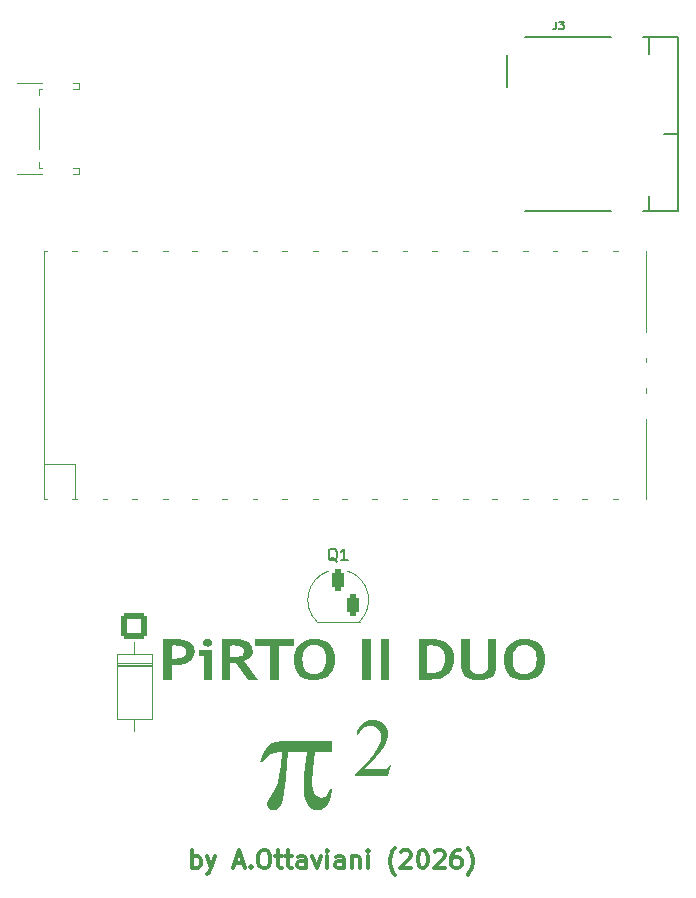
<source format=gbr>
%TF.GenerationSoftware,KiCad,Pcbnew,9.0.6*%
%TF.CreationDate,2025-12-23T16:48:34+01:00*%
%TF.ProjectId,PiRTOII2_cart,50695254-4f49-4493-925f-636172742e6b,1git*%
%TF.SameCoordinates,Original*%
%TF.FileFunction,Legend,Top*%
%TF.FilePolarity,Positive*%
%FSLAX46Y46*%
G04 Gerber Fmt 4.6, Leading zero omitted, Abs format (unit mm)*
G04 Created by KiCad (PCBNEW 9.0.6) date 2025-12-23 16:48:34*
%MOMM*%
%LPD*%
G01*
G04 APERTURE LIST*
G04 Aperture macros list*
%AMRoundRect*
0 Rectangle with rounded corners*
0 $1 Rounding radius*
0 $2 $3 $4 $5 $6 $7 $8 $9 X,Y pos of 4 corners*
0 Add a 4 corners polygon primitive as box body*
4,1,4,$2,$3,$4,$5,$6,$7,$8,$9,$2,$3,0*
0 Add four circle primitives for the rounded corners*
1,1,$1+$1,$2,$3*
1,1,$1+$1,$4,$5*
1,1,$1+$1,$6,$7*
1,1,$1+$1,$8,$9*
0 Add four rect primitives between the rounded corners*
20,1,$1+$1,$2,$3,$4,$5,0*
20,1,$1+$1,$4,$5,$6,$7,0*
20,1,$1+$1,$6,$7,$8,$9,0*
20,1,$1+$1,$8,$9,$2,$3,0*%
G04 Aperture macros list end*
%ADD10C,0.300000*%
%ADD11C,0.150000*%
%ADD12C,0.120000*%
%ADD13RoundRect,0.249999X-0.850001X0.850001X-0.850001X-0.850001X0.850001X-0.850001X0.850001X0.850001X0*%
%ADD14C,2.200000*%
%ADD15O,1.700000X1.700000*%
%ADD16R,1.700000X3.500000*%
%ADD17R,1.700000X1.700000*%
%ADD18R,1.100000X1.800000*%
%ADD19RoundRect,0.275000X-0.275000X-0.625000X0.275000X-0.625000X0.275000X0.625000X-0.275000X0.625000X0*%
%ADD20C,0.900000*%
%ADD21R,1.600000X0.700000*%
%ADD22R,2.200000X1.200000*%
%ADD23R,1.400000X1.600000*%
%ADD24R,1.400000X1.200000*%
%ADD25C,2.100000*%
%ADD26C,1.750000*%
%ADD27R,1.270000X8.840000*%
G04 APERTURE END LIST*
D10*
G36*
X105812793Y-128933581D02*
G01*
X106194917Y-128986216D01*
X106487149Y-129064242D01*
X106707076Y-129162301D01*
X106862930Y-129270990D01*
X106983284Y-129399414D01*
X107071058Y-129550200D01*
X107126212Y-129727711D01*
X107145736Y-129937711D01*
X107118545Y-130222260D01*
X107042740Y-130455255D01*
X106923497Y-130646573D01*
X106761043Y-130803503D01*
X106550659Y-130930083D01*
X106283178Y-131026667D01*
X105945776Y-131089888D01*
X105522742Y-131112970D01*
X105200341Y-131096777D01*
X105200341Y-132342001D01*
X104489839Y-132342001D01*
X104489839Y-129463745D01*
X105200341Y-129463745D01*
X105200341Y-130558661D01*
X105484396Y-130574855D01*
X105806938Y-130556044D01*
X106036096Y-130507052D01*
X106194898Y-130435966D01*
X106289410Y-130359487D01*
X106358689Y-130262161D01*
X106403031Y-130139316D01*
X106419113Y-129984214D01*
X106394250Y-129829845D01*
X106323616Y-129706490D01*
X106205498Y-129606403D01*
X106028578Y-129527330D01*
X105773786Y-129472942D01*
X105416252Y-129452119D01*
X105200341Y-129463745D01*
X104489839Y-129463745D01*
X104489839Y-128939539D01*
X105320509Y-128914003D01*
X105812793Y-128933581D01*
G37*
G36*
X108270963Y-128890751D02*
G01*
X108422842Y-128915443D01*
X108550865Y-128989572D01*
X108638073Y-129098592D01*
X108667124Y-129227904D01*
X108638073Y-129357216D01*
X108550865Y-129466236D01*
X108422842Y-129540366D01*
X108270963Y-129565057D01*
X108119041Y-129540372D01*
X107990816Y-129466236D01*
X107903799Y-129357233D01*
X107874801Y-129227904D01*
X107903799Y-129098576D01*
X107990816Y-128989572D01*
X108119041Y-128915436D01*
X108270963Y-128890751D01*
G37*
G36*
X107918520Y-132342001D02*
G01*
X107918520Y-130332370D01*
X107544096Y-130332370D01*
X107544096Y-129857367D01*
X108609727Y-129857367D01*
X108609727Y-132342001D01*
X107918520Y-132342001D01*
G37*
G36*
X110960228Y-128921310D02*
G01*
X111281478Y-128977442D01*
X111533600Y-129062521D01*
X111729464Y-129172818D01*
X111878681Y-129307814D01*
X111986837Y-129470265D01*
X112054921Y-129665899D01*
X112079197Y-129902833D01*
X112055756Y-130098084D01*
X111986194Y-130280058D01*
X111868660Y-130452574D01*
X111714375Y-130603309D01*
X111538606Y-130719044D01*
X111338653Y-130802807D01*
X112521765Y-132342001D01*
X111702086Y-132342001D01*
X110633768Y-130930277D01*
X110182896Y-130913876D01*
X110182896Y-132342001D01*
X109445038Y-132342001D01*
X109445038Y-129459385D01*
X110182896Y-129459385D01*
X110182896Y-130401503D01*
X110483314Y-130415413D01*
X110780707Y-130400778D01*
X110990857Y-130362923D01*
X111134954Y-130308911D01*
X111220086Y-130248192D01*
X111283765Y-130163579D01*
X111325705Y-130048750D01*
X111341339Y-129894528D01*
X111314677Y-129739136D01*
X111241196Y-129626340D01*
X111120055Y-129545127D01*
X110966659Y-129494836D01*
X110741871Y-129459268D01*
X110423230Y-129445476D01*
X110182896Y-129459385D01*
X109445038Y-129459385D01*
X109445038Y-128935594D01*
X109906657Y-128918155D01*
X110554389Y-128900716D01*
X110960228Y-128921310D01*
G37*
G36*
X114266392Y-129478693D02*
G01*
X114266392Y-132342001D01*
X113555889Y-132342001D01*
X113555889Y-129478693D01*
X112282651Y-129478693D01*
X112282651Y-128940577D01*
X115597027Y-128940577D01*
X115597027Y-129478693D01*
X114266392Y-129478693D01*
G37*
G36*
X117606441Y-128907763D02*
G01*
X117905130Y-128965427D01*
X118162888Y-129057098D01*
X118385956Y-129181817D01*
X118578743Y-129341050D01*
X118734961Y-129525458D01*
X118860440Y-129739863D01*
X118954367Y-129988812D01*
X119014090Y-130277876D01*
X119035233Y-130613469D01*
X119013627Y-130946942D01*
X118952161Y-131238499D01*
X118854674Y-131493761D01*
X118723321Y-131717586D01*
X118558471Y-131913916D01*
X118356192Y-132084072D01*
X118124677Y-132216543D01*
X117859792Y-132313327D01*
X117555535Y-132373883D01*
X117204389Y-132395148D01*
X116883935Y-132374333D01*
X116606458Y-132314974D01*
X116364715Y-132219724D01*
X116153103Y-132088498D01*
X115968032Y-131918483D01*
X115821066Y-131726265D01*
X115702649Y-131504393D01*
X115613932Y-131248529D01*
X115557582Y-130953507D01*
X115537688Y-130613677D01*
X116275533Y-130613677D01*
X116293225Y-130917213D01*
X116341995Y-131165790D01*
X116416518Y-131368096D01*
X116513182Y-131531713D01*
X116647751Y-131675915D01*
X116804490Y-131775552D01*
X116987484Y-131835955D01*
X117204389Y-131857032D01*
X117464393Y-131835521D01*
X117681170Y-131774654D01*
X117863542Y-131676560D01*
X118017229Y-131538771D01*
X118131677Y-131376318D01*
X118219313Y-131173825D01*
X118276570Y-130922913D01*
X118297376Y-130613677D01*
X118275644Y-130294763D01*
X118216524Y-130043093D01*
X118127198Y-129846385D01*
X118011901Y-129694343D01*
X117871526Y-129579159D01*
X117703512Y-129496116D01*
X117502134Y-129444059D01*
X117259099Y-129425546D01*
X117030273Y-129446626D01*
X116837026Y-129506895D01*
X116671608Y-129605681D01*
X116529546Y-129747335D01*
X116424221Y-129910815D01*
X116344783Y-130105749D01*
X116293774Y-130337821D01*
X116275533Y-130613677D01*
X115537688Y-130613677D01*
X115537676Y-130613469D01*
X115557707Y-130323535D01*
X115615820Y-130059189D01*
X115710062Y-129817051D01*
X115839879Y-129594222D01*
X116006133Y-129388384D01*
X116207932Y-129206765D01*
X116430488Y-129068328D01*
X116676605Y-128969290D01*
X116950822Y-128908481D01*
X117259099Y-128887430D01*
X117606441Y-128907763D01*
G37*
G36*
X121362135Y-132342001D02*
G01*
X121362135Y-128940577D01*
X122072637Y-128940577D01*
X122072637Y-132342001D01*
X121362135Y-132342001D01*
G37*
G36*
X122917473Y-132342001D02*
G01*
X122917473Y-128940577D01*
X123627976Y-128940577D01*
X123627976Y-132342001D01*
X122917473Y-132342001D01*
G37*
G36*
X127563429Y-128933266D02*
G01*
X127872213Y-128988321D01*
X128144401Y-129076389D01*
X128385215Y-129196547D01*
X128598562Y-129349769D01*
X128779801Y-129531589D01*
X128921262Y-129734623D01*
X129024430Y-129961859D01*
X129088616Y-130217331D01*
X129110983Y-130505929D01*
X129086007Y-130886320D01*
X129016147Y-131206397D01*
X128907363Y-131475230D01*
X128763202Y-131700598D01*
X128584603Y-131888695D01*
X128369827Y-132043812D01*
X128114588Y-132168061D01*
X127812336Y-132261227D01*
X127454632Y-132320775D01*
X127031500Y-132342001D01*
X126143433Y-132342001D01*
X126143433Y-129468312D01*
X126853935Y-129468312D01*
X126853935Y-131789975D01*
X127225429Y-131803885D01*
X127487080Y-131781888D01*
X127709963Y-131719046D01*
X127902004Y-131616752D01*
X128068311Y-131471922D01*
X128194651Y-131301433D01*
X128289818Y-131094808D01*
X128351101Y-130844945D01*
X128373126Y-130543298D01*
X128350641Y-130264378D01*
X128288776Y-130040353D01*
X128193547Y-129861083D01*
X128067465Y-129718471D01*
X127909298Y-129607007D01*
X127714209Y-129524281D01*
X127474252Y-129471242D01*
X127179023Y-129452119D01*
X126853935Y-129468312D01*
X126143433Y-129468312D01*
X126143433Y-128939539D01*
X127211751Y-128914003D01*
X127563429Y-128933266D01*
G37*
G36*
X129738688Y-128940577D02*
G01*
X130449190Y-128940577D01*
X130449190Y-131240856D01*
X130472294Y-131416331D01*
X130538085Y-131562462D01*
X130645806Y-131685757D01*
X130788718Y-131778697D01*
X130965828Y-131836413D01*
X131187048Y-131857032D01*
X131436545Y-131836314D01*
X131632479Y-131779140D01*
X131786664Y-131689078D01*
X131903692Y-131566400D01*
X131975589Y-131415872D01*
X132001109Y-131229230D01*
X132001109Y-128940577D01*
X132711612Y-128940577D01*
X132711612Y-131277602D01*
X132683762Y-131534140D01*
X132604550Y-131751809D01*
X132476672Y-131938193D01*
X132297620Y-132098478D01*
X132082747Y-132223880D01*
X131831698Y-132316224D01*
X131537732Y-132374512D01*
X131192421Y-132395148D01*
X130842423Y-132374413D01*
X130553231Y-132316626D01*
X130314248Y-132226379D01*
X130117020Y-132105329D01*
X129956088Y-131950424D01*
X129838874Y-131764980D01*
X129764991Y-131542784D01*
X129738688Y-131275319D01*
X129738688Y-128940577D01*
G37*
G36*
X135410768Y-128907763D02*
G01*
X135709456Y-128965427D01*
X135967214Y-129057098D01*
X136190283Y-129181817D01*
X136383070Y-129341050D01*
X136539288Y-129525458D01*
X136664766Y-129739863D01*
X136758694Y-129988812D01*
X136818416Y-130277876D01*
X136839560Y-130613469D01*
X136817954Y-130946942D01*
X136756487Y-131238499D01*
X136659001Y-131493761D01*
X136527648Y-131717586D01*
X136362798Y-131913916D01*
X136160518Y-132084072D01*
X135929003Y-132216543D01*
X135664118Y-132313327D01*
X135359862Y-132373883D01*
X135008715Y-132395148D01*
X134688262Y-132374333D01*
X134410784Y-132314974D01*
X134169042Y-132219724D01*
X133957430Y-132088498D01*
X133772358Y-131918483D01*
X133625393Y-131726265D01*
X133506976Y-131504393D01*
X133418258Y-131248529D01*
X133361908Y-130953507D01*
X133342014Y-130613677D01*
X134079860Y-130613677D01*
X134097552Y-130917213D01*
X134146321Y-131165790D01*
X134220844Y-131368096D01*
X134317508Y-131531713D01*
X134452077Y-131675915D01*
X134608816Y-131775552D01*
X134791811Y-131835955D01*
X135008715Y-131857032D01*
X135268720Y-131835521D01*
X135485497Y-131774654D01*
X135667869Y-131676560D01*
X135821556Y-131538771D01*
X135936003Y-131376318D01*
X136023639Y-131173825D01*
X136080896Y-130922913D01*
X136101702Y-130613677D01*
X136079971Y-130294763D01*
X136020851Y-130043093D01*
X135931525Y-129846385D01*
X135816227Y-129694343D01*
X135675852Y-129579159D01*
X135507839Y-129496116D01*
X135306461Y-129444059D01*
X135063426Y-129425546D01*
X134834600Y-129446626D01*
X134641352Y-129506895D01*
X134475935Y-129605681D01*
X134333872Y-129747335D01*
X134228547Y-129910815D01*
X134149110Y-130105749D01*
X134098101Y-130337821D01*
X134079860Y-130613677D01*
X133342014Y-130613677D01*
X133342002Y-130613469D01*
X133362033Y-130323535D01*
X133420147Y-130059189D01*
X133514389Y-129817051D01*
X133644206Y-129594222D01*
X133810460Y-129388384D01*
X134012259Y-129206765D01*
X134234815Y-129068328D01*
X134480932Y-128969290D01*
X134755148Y-128908481D01*
X135063426Y-128887430D01*
X135410768Y-128907763D01*
G37*
X106974510Y-148300828D02*
X106974510Y-146800828D01*
X106974510Y-147372257D02*
X107117368Y-147300828D01*
X107117368Y-147300828D02*
X107403082Y-147300828D01*
X107403082Y-147300828D02*
X107545939Y-147372257D01*
X107545939Y-147372257D02*
X107617368Y-147443685D01*
X107617368Y-147443685D02*
X107688796Y-147586542D01*
X107688796Y-147586542D02*
X107688796Y-148015114D01*
X107688796Y-148015114D02*
X107617368Y-148157971D01*
X107617368Y-148157971D02*
X107545939Y-148229400D01*
X107545939Y-148229400D02*
X107403082Y-148300828D01*
X107403082Y-148300828D02*
X107117368Y-148300828D01*
X107117368Y-148300828D02*
X106974510Y-148229400D01*
X108188796Y-147300828D02*
X108545939Y-148300828D01*
X108903082Y-147300828D02*
X108545939Y-148300828D01*
X108545939Y-148300828D02*
X108403082Y-148657971D01*
X108403082Y-148657971D02*
X108331653Y-148729400D01*
X108331653Y-148729400D02*
X108188796Y-148800828D01*
X110545939Y-147872257D02*
X111260225Y-147872257D01*
X110403082Y-148300828D02*
X110903082Y-146800828D01*
X110903082Y-146800828D02*
X111403082Y-148300828D01*
X111903081Y-148157971D02*
X111974510Y-148229400D01*
X111974510Y-148229400D02*
X111903081Y-148300828D01*
X111903081Y-148300828D02*
X111831653Y-148229400D01*
X111831653Y-148229400D02*
X111903081Y-148157971D01*
X111903081Y-148157971D02*
X111903081Y-148300828D01*
X112903082Y-146800828D02*
X113188796Y-146800828D01*
X113188796Y-146800828D02*
X113331653Y-146872257D01*
X113331653Y-146872257D02*
X113474510Y-147015114D01*
X113474510Y-147015114D02*
X113545939Y-147300828D01*
X113545939Y-147300828D02*
X113545939Y-147800828D01*
X113545939Y-147800828D02*
X113474510Y-148086542D01*
X113474510Y-148086542D02*
X113331653Y-148229400D01*
X113331653Y-148229400D02*
X113188796Y-148300828D01*
X113188796Y-148300828D02*
X112903082Y-148300828D01*
X112903082Y-148300828D02*
X112760225Y-148229400D01*
X112760225Y-148229400D02*
X112617367Y-148086542D01*
X112617367Y-148086542D02*
X112545939Y-147800828D01*
X112545939Y-147800828D02*
X112545939Y-147300828D01*
X112545939Y-147300828D02*
X112617367Y-147015114D01*
X112617367Y-147015114D02*
X112760225Y-146872257D01*
X112760225Y-146872257D02*
X112903082Y-146800828D01*
X113974511Y-147300828D02*
X114545939Y-147300828D01*
X114188796Y-146800828D02*
X114188796Y-148086542D01*
X114188796Y-148086542D02*
X114260225Y-148229400D01*
X114260225Y-148229400D02*
X114403082Y-148300828D01*
X114403082Y-148300828D02*
X114545939Y-148300828D01*
X114831654Y-147300828D02*
X115403082Y-147300828D01*
X115045939Y-146800828D02*
X115045939Y-148086542D01*
X115045939Y-148086542D02*
X115117368Y-148229400D01*
X115117368Y-148229400D02*
X115260225Y-148300828D01*
X115260225Y-148300828D02*
X115403082Y-148300828D01*
X116545940Y-148300828D02*
X116545940Y-147515114D01*
X116545940Y-147515114D02*
X116474511Y-147372257D01*
X116474511Y-147372257D02*
X116331654Y-147300828D01*
X116331654Y-147300828D02*
X116045940Y-147300828D01*
X116045940Y-147300828D02*
X115903082Y-147372257D01*
X116545940Y-148229400D02*
X116403082Y-148300828D01*
X116403082Y-148300828D02*
X116045940Y-148300828D01*
X116045940Y-148300828D02*
X115903082Y-148229400D01*
X115903082Y-148229400D02*
X115831654Y-148086542D01*
X115831654Y-148086542D02*
X115831654Y-147943685D01*
X115831654Y-147943685D02*
X115903082Y-147800828D01*
X115903082Y-147800828D02*
X116045940Y-147729400D01*
X116045940Y-147729400D02*
X116403082Y-147729400D01*
X116403082Y-147729400D02*
X116545940Y-147657971D01*
X117117368Y-147300828D02*
X117474511Y-148300828D01*
X117474511Y-148300828D02*
X117831654Y-147300828D01*
X118403082Y-148300828D02*
X118403082Y-147300828D01*
X118403082Y-146800828D02*
X118331654Y-146872257D01*
X118331654Y-146872257D02*
X118403082Y-146943685D01*
X118403082Y-146943685D02*
X118474511Y-146872257D01*
X118474511Y-146872257D02*
X118403082Y-146800828D01*
X118403082Y-146800828D02*
X118403082Y-146943685D01*
X119760226Y-148300828D02*
X119760226Y-147515114D01*
X119760226Y-147515114D02*
X119688797Y-147372257D01*
X119688797Y-147372257D02*
X119545940Y-147300828D01*
X119545940Y-147300828D02*
X119260226Y-147300828D01*
X119260226Y-147300828D02*
X119117368Y-147372257D01*
X119760226Y-148229400D02*
X119617368Y-148300828D01*
X119617368Y-148300828D02*
X119260226Y-148300828D01*
X119260226Y-148300828D02*
X119117368Y-148229400D01*
X119117368Y-148229400D02*
X119045940Y-148086542D01*
X119045940Y-148086542D02*
X119045940Y-147943685D01*
X119045940Y-147943685D02*
X119117368Y-147800828D01*
X119117368Y-147800828D02*
X119260226Y-147729400D01*
X119260226Y-147729400D02*
X119617368Y-147729400D01*
X119617368Y-147729400D02*
X119760226Y-147657971D01*
X120474511Y-147300828D02*
X120474511Y-148300828D01*
X120474511Y-147443685D02*
X120545940Y-147372257D01*
X120545940Y-147372257D02*
X120688797Y-147300828D01*
X120688797Y-147300828D02*
X120903083Y-147300828D01*
X120903083Y-147300828D02*
X121045940Y-147372257D01*
X121045940Y-147372257D02*
X121117369Y-147515114D01*
X121117369Y-147515114D02*
X121117369Y-148300828D01*
X121831654Y-148300828D02*
X121831654Y-147300828D01*
X121831654Y-146800828D02*
X121760226Y-146872257D01*
X121760226Y-146872257D02*
X121831654Y-146943685D01*
X121831654Y-146943685D02*
X121903083Y-146872257D01*
X121903083Y-146872257D02*
X121831654Y-146800828D01*
X121831654Y-146800828D02*
X121831654Y-146943685D01*
X124117369Y-148872257D02*
X124045940Y-148800828D01*
X124045940Y-148800828D02*
X123903083Y-148586542D01*
X123903083Y-148586542D02*
X123831655Y-148443685D01*
X123831655Y-148443685D02*
X123760226Y-148229400D01*
X123760226Y-148229400D02*
X123688797Y-147872257D01*
X123688797Y-147872257D02*
X123688797Y-147586542D01*
X123688797Y-147586542D02*
X123760226Y-147229400D01*
X123760226Y-147229400D02*
X123831655Y-147015114D01*
X123831655Y-147015114D02*
X123903083Y-146872257D01*
X123903083Y-146872257D02*
X124045940Y-146657971D01*
X124045940Y-146657971D02*
X124117369Y-146586542D01*
X124617369Y-146943685D02*
X124688797Y-146872257D01*
X124688797Y-146872257D02*
X124831655Y-146800828D01*
X124831655Y-146800828D02*
X125188797Y-146800828D01*
X125188797Y-146800828D02*
X125331655Y-146872257D01*
X125331655Y-146872257D02*
X125403083Y-146943685D01*
X125403083Y-146943685D02*
X125474512Y-147086542D01*
X125474512Y-147086542D02*
X125474512Y-147229400D01*
X125474512Y-147229400D02*
X125403083Y-147443685D01*
X125403083Y-147443685D02*
X124545940Y-148300828D01*
X124545940Y-148300828D02*
X125474512Y-148300828D01*
X126403083Y-146800828D02*
X126545940Y-146800828D01*
X126545940Y-146800828D02*
X126688797Y-146872257D01*
X126688797Y-146872257D02*
X126760226Y-146943685D01*
X126760226Y-146943685D02*
X126831654Y-147086542D01*
X126831654Y-147086542D02*
X126903083Y-147372257D01*
X126903083Y-147372257D02*
X126903083Y-147729400D01*
X126903083Y-147729400D02*
X126831654Y-148015114D01*
X126831654Y-148015114D02*
X126760226Y-148157971D01*
X126760226Y-148157971D02*
X126688797Y-148229400D01*
X126688797Y-148229400D02*
X126545940Y-148300828D01*
X126545940Y-148300828D02*
X126403083Y-148300828D01*
X126403083Y-148300828D02*
X126260226Y-148229400D01*
X126260226Y-148229400D02*
X126188797Y-148157971D01*
X126188797Y-148157971D02*
X126117368Y-148015114D01*
X126117368Y-148015114D02*
X126045940Y-147729400D01*
X126045940Y-147729400D02*
X126045940Y-147372257D01*
X126045940Y-147372257D02*
X126117368Y-147086542D01*
X126117368Y-147086542D02*
X126188797Y-146943685D01*
X126188797Y-146943685D02*
X126260226Y-146872257D01*
X126260226Y-146872257D02*
X126403083Y-146800828D01*
X127474511Y-146943685D02*
X127545939Y-146872257D01*
X127545939Y-146872257D02*
X127688797Y-146800828D01*
X127688797Y-146800828D02*
X128045939Y-146800828D01*
X128045939Y-146800828D02*
X128188797Y-146872257D01*
X128188797Y-146872257D02*
X128260225Y-146943685D01*
X128260225Y-146943685D02*
X128331654Y-147086542D01*
X128331654Y-147086542D02*
X128331654Y-147229400D01*
X128331654Y-147229400D02*
X128260225Y-147443685D01*
X128260225Y-147443685D02*
X127403082Y-148300828D01*
X127403082Y-148300828D02*
X128331654Y-148300828D01*
X129617368Y-146800828D02*
X129331653Y-146800828D01*
X129331653Y-146800828D02*
X129188796Y-146872257D01*
X129188796Y-146872257D02*
X129117368Y-146943685D01*
X129117368Y-146943685D02*
X128974510Y-147157971D01*
X128974510Y-147157971D02*
X128903082Y-147443685D01*
X128903082Y-147443685D02*
X128903082Y-148015114D01*
X128903082Y-148015114D02*
X128974510Y-148157971D01*
X128974510Y-148157971D02*
X129045939Y-148229400D01*
X129045939Y-148229400D02*
X129188796Y-148300828D01*
X129188796Y-148300828D02*
X129474510Y-148300828D01*
X129474510Y-148300828D02*
X129617368Y-148229400D01*
X129617368Y-148229400D02*
X129688796Y-148157971D01*
X129688796Y-148157971D02*
X129760225Y-148015114D01*
X129760225Y-148015114D02*
X129760225Y-147657971D01*
X129760225Y-147657971D02*
X129688796Y-147515114D01*
X129688796Y-147515114D02*
X129617368Y-147443685D01*
X129617368Y-147443685D02*
X129474510Y-147372257D01*
X129474510Y-147372257D02*
X129188796Y-147372257D01*
X129188796Y-147372257D02*
X129045939Y-147443685D01*
X129045939Y-147443685D02*
X128974510Y-147515114D01*
X128974510Y-147515114D02*
X128903082Y-147657971D01*
X130260224Y-148872257D02*
X130331653Y-148800828D01*
X130331653Y-148800828D02*
X130474510Y-148586542D01*
X130474510Y-148586542D02*
X130545939Y-148443685D01*
X130545939Y-148443685D02*
X130617367Y-148229400D01*
X130617367Y-148229400D02*
X130688796Y-147872257D01*
X130688796Y-147872257D02*
X130688796Y-147586542D01*
X130688796Y-147586542D02*
X130617367Y-147229400D01*
X130617367Y-147229400D02*
X130545939Y-147015114D01*
X130545939Y-147015114D02*
X130474510Y-146872257D01*
X130474510Y-146872257D02*
X130331653Y-146657971D01*
X130331653Y-146657971D02*
X130260224Y-146586542D01*
G36*
X123821027Y-139581186D02*
G01*
X123489162Y-140480000D01*
X120740209Y-140480000D01*
X120740209Y-140324600D01*
X121469227Y-139635576D01*
X122003604Y-139072075D01*
X122378891Y-138615446D01*
X122626985Y-138248536D01*
X122800862Y-137896327D01*
X122898437Y-137570819D01*
X122929541Y-137265458D01*
X122898260Y-136982608D01*
X122808921Y-136744938D01*
X122662400Y-136542500D01*
X122469850Y-136383470D01*
X122259508Y-136290808D01*
X122024010Y-136259483D01*
X121804713Y-136281637D01*
X121603710Y-136346912D01*
X121416456Y-136456404D01*
X121257127Y-136603487D01*
X121123698Y-136795530D01*
X121016509Y-137041060D01*
X120871795Y-137041060D01*
X120937194Y-136724433D01*
X121034863Y-136462014D01*
X121161758Y-136245333D01*
X121317233Y-136067752D01*
X121505733Y-135921561D01*
X121713713Y-135817545D01*
X121945067Y-135753912D01*
X122205055Y-135731919D01*
X122483179Y-135755836D01*
X122730233Y-135825019D01*
X122952000Y-135938158D01*
X123152718Y-136097367D01*
X123321870Y-136292413D01*
X123439161Y-136499692D01*
X123509289Y-136722575D01*
X123533126Y-136965956D01*
X123514856Y-137196555D01*
X123458735Y-137434276D01*
X123361545Y-137681892D01*
X123171036Y-138033532D01*
X122899878Y-138423511D01*
X122533562Y-138857311D01*
X121768424Y-139684969D01*
X121502857Y-139952435D01*
X122686824Y-139952435D01*
X123143842Y-139927480D01*
X123367041Y-139872445D01*
X123531993Y-139763346D01*
X123675092Y-139581186D01*
X123821027Y-139581186D01*
G37*
G36*
X118824098Y-137567473D02*
G01*
X118824098Y-138481919D01*
X117334277Y-138481919D01*
X117173199Y-139871375D01*
X117121053Y-141180191D01*
X117150805Y-141598626D01*
X117227446Y-141887748D01*
X117337575Y-142081448D01*
X117497372Y-142233333D01*
X117675172Y-142321050D01*
X117878328Y-142350725D01*
X118118170Y-142304972D01*
X118327308Y-142166078D01*
X118480343Y-141946994D01*
X118576802Y-141612135D01*
X118826296Y-141612135D01*
X118711469Y-142265583D01*
X118549393Y-142711852D01*
X118354785Y-143004136D01*
X118091978Y-143233784D01*
X117821309Y-143363282D01*
X117533763Y-143405854D01*
X117230156Y-143357952D01*
X116963236Y-143215146D01*
X116721533Y-142964019D01*
X116561595Y-142646683D01*
X116444387Y-142127865D01*
X116397301Y-141325272D01*
X116441816Y-140410166D01*
X116629209Y-138481919D01*
X115066849Y-138481919D01*
X114901246Y-140675096D01*
X114743337Y-141922803D01*
X114604131Y-142545265D01*
X114427787Y-142972611D01*
X114243033Y-143228353D01*
X114051892Y-143363026D01*
X113845757Y-143405854D01*
X113634836Y-143367989D01*
X113467119Y-143257477D01*
X113355522Y-143091950D01*
X113317643Y-142887083D01*
X113368201Y-142611760D01*
X113658911Y-142158934D01*
X113978828Y-141636468D01*
X114178782Y-141107651D01*
X114321033Y-140475562D01*
X114438989Y-139617245D01*
X114521149Y-138481919D01*
X114256817Y-138481919D01*
X113847204Y-138523169D01*
X113596263Y-138625900D01*
X113272753Y-138901155D01*
X112945600Y-139361193D01*
X112671376Y-139361193D01*
X112948304Y-138653329D01*
X113222178Y-138177489D01*
X113489651Y-137876318D01*
X113743507Y-137711462D01*
X114068447Y-137605907D01*
X114484330Y-137567473D01*
X118824098Y-137567473D01*
G37*
D11*
X119224761Y-122350057D02*
X119129523Y-122302438D01*
X119129523Y-122302438D02*
X119034285Y-122207200D01*
X119034285Y-122207200D02*
X118891428Y-122064342D01*
X118891428Y-122064342D02*
X118796190Y-122016723D01*
X118796190Y-122016723D02*
X118700952Y-122016723D01*
X118748571Y-122254819D02*
X118653333Y-122207200D01*
X118653333Y-122207200D02*
X118558095Y-122111961D01*
X118558095Y-122111961D02*
X118510476Y-121921485D01*
X118510476Y-121921485D02*
X118510476Y-121588152D01*
X118510476Y-121588152D02*
X118558095Y-121397676D01*
X118558095Y-121397676D02*
X118653333Y-121302438D01*
X118653333Y-121302438D02*
X118748571Y-121254819D01*
X118748571Y-121254819D02*
X118939047Y-121254819D01*
X118939047Y-121254819D02*
X119034285Y-121302438D01*
X119034285Y-121302438D02*
X119129523Y-121397676D01*
X119129523Y-121397676D02*
X119177142Y-121588152D01*
X119177142Y-121588152D02*
X119177142Y-121921485D01*
X119177142Y-121921485D02*
X119129523Y-122111961D01*
X119129523Y-122111961D02*
X119034285Y-122207200D01*
X119034285Y-122207200D02*
X118939047Y-122254819D01*
X118939047Y-122254819D02*
X118748571Y-122254819D01*
X120129523Y-122254819D02*
X119558095Y-122254819D01*
X119843809Y-122254819D02*
X119843809Y-121254819D01*
X119843809Y-121254819D02*
X119748571Y-121397676D01*
X119748571Y-121397676D02*
X119653333Y-121492914D01*
X119653333Y-121492914D02*
X119558095Y-121540533D01*
X137766167Y-76631876D02*
X137766167Y-77089019D01*
X137766167Y-77089019D02*
X137735690Y-77180447D01*
X137735690Y-77180447D02*
X137674738Y-77241400D01*
X137674738Y-77241400D02*
X137583309Y-77271876D01*
X137583309Y-77271876D02*
X137522357Y-77271876D01*
X138009976Y-76631876D02*
X138406167Y-76631876D01*
X138406167Y-76631876D02*
X138192833Y-76875685D01*
X138192833Y-76875685D02*
X138284262Y-76875685D01*
X138284262Y-76875685D02*
X138345214Y-76906161D01*
X138345214Y-76906161D02*
X138375690Y-76936638D01*
X138375690Y-76936638D02*
X138406167Y-76997590D01*
X138406167Y-76997590D02*
X138406167Y-77149971D01*
X138406167Y-77149971D02*
X138375690Y-77210923D01*
X138375690Y-77210923D02*
X138345214Y-77241400D01*
X138345214Y-77241400D02*
X138284262Y-77271876D01*
X138284262Y-77271876D02*
X138101405Y-77271876D01*
X138101405Y-77271876D02*
X138040452Y-77241400D01*
X138040452Y-77241400D02*
X138009976Y-77210923D01*
D12*
%TO.C,D1*%
X102050000Y-129180000D02*
X102050000Y-130200000D01*
X102050000Y-136660000D02*
X102050000Y-135640000D01*
X103520000Y-130980000D02*
X100580000Y-130980000D01*
X103520000Y-131100000D02*
X100580000Y-131100000D01*
X103520000Y-131220000D02*
X100580000Y-131220000D01*
X103520000Y-130200000D02*
X100580000Y-130200000D01*
X100580000Y-135640000D01*
X103520000Y-135640000D01*
X103520000Y-130200000D01*
%TO.C,U1*%
X94370000Y-96090000D02*
X94670000Y-96090000D01*
X94370000Y-117090000D02*
X94370000Y-96090000D01*
X94370000Y-117090000D02*
X94670000Y-117090000D01*
X96770000Y-96090000D02*
X97170000Y-96090000D01*
X96770000Y-117090000D02*
X97170000Y-117090000D01*
X97037000Y-114083000D02*
X94370000Y-114083000D01*
X97037000Y-117090000D02*
X97037000Y-114083000D01*
X99370000Y-96090000D02*
X99770000Y-96090000D01*
X99370000Y-117090000D02*
X99770000Y-117090000D01*
X101870000Y-96090000D02*
X102270000Y-96090000D01*
X101870000Y-117090000D02*
X102270000Y-117090000D01*
X104470000Y-96090000D02*
X104870000Y-96090000D01*
X104470000Y-117090000D02*
X104870000Y-117090000D01*
X106970000Y-96090000D02*
X107370000Y-96090000D01*
X106970000Y-117090000D02*
X107370000Y-117090000D01*
X109470000Y-96090000D02*
X109870000Y-96090000D01*
X109470000Y-117090000D02*
X109870000Y-117090000D01*
X112070000Y-96090000D02*
X112470000Y-96090000D01*
X112070000Y-117090000D02*
X112470000Y-117090000D01*
X114570000Y-96090000D02*
X114970000Y-96090000D01*
X114570000Y-117090000D02*
X114970000Y-117090000D01*
X117170000Y-96090000D02*
X117570000Y-96090000D01*
X117170000Y-117090000D02*
X117570000Y-117090000D01*
X119670000Y-96090000D02*
X120070000Y-96090000D01*
X119670000Y-117090000D02*
X120070000Y-117090000D01*
X122170000Y-96090000D02*
X122570000Y-96090000D01*
X122170000Y-117090000D02*
X122570000Y-117090000D01*
X124770000Y-96090000D02*
X125170000Y-96090000D01*
X124770000Y-117090000D02*
X125170000Y-117090000D01*
X127270000Y-96090000D02*
X127670000Y-96090000D01*
X127270000Y-117090000D02*
X127670000Y-117090000D01*
X129870000Y-96090000D02*
X130270000Y-96090000D01*
X129870000Y-117090000D02*
X130270000Y-117090000D01*
X132370000Y-96090000D02*
X132770000Y-96090000D01*
X132370000Y-117090000D02*
X132770000Y-117090000D01*
X134970000Y-96090000D02*
X135370000Y-96090000D01*
X134970000Y-117090000D02*
X135370000Y-117090000D01*
X137470000Y-96090000D02*
X137870000Y-96090000D01*
X137470000Y-117090000D02*
X137870000Y-117090000D01*
X139970000Y-96090000D02*
X140370000Y-96090000D01*
X139970000Y-117090000D02*
X140370000Y-117090000D01*
X142570000Y-96090000D02*
X142970000Y-96090000D01*
X142570000Y-117090000D02*
X142970000Y-117090000D01*
X145370000Y-96090000D02*
X145370000Y-102890000D01*
X145370000Y-105490000D02*
X145370000Y-105090000D01*
X145370000Y-108090000D02*
X145370000Y-107690000D01*
X145370000Y-110290000D02*
X145370000Y-117090000D01*
%TO.C,Q1*%
X117520000Y-127450000D02*
X121120000Y-127450000D01*
X117508547Y-127442156D02*
G75*
G02*
X118500000Y-123150000I1811453J1842156D01*
G01*
X120100000Y-123150000D02*
G75*
G02*
X121128445Y-127427684I-780000J-2450000D01*
G01*
D11*
%TO.C,J3*%
X133624355Y-79435032D02*
X133624355Y-82185032D01*
X142374355Y-77935032D02*
X135124355Y-77935032D01*
X142374355Y-92685032D02*
X135124355Y-92685032D01*
X145602500Y-77935032D02*
X145124355Y-77935032D01*
X145602500Y-79335032D02*
X145602500Y-77935032D01*
X145602500Y-91420000D02*
X145602500Y-92685032D01*
X145613428Y-92685032D02*
X145135283Y-92685032D01*
X146902500Y-86170000D02*
X148102500Y-86170000D01*
X148102500Y-77935032D02*
X145602500Y-77935032D01*
X148102500Y-80735032D02*
X148102500Y-77935032D01*
X148102500Y-86170000D02*
X148102500Y-80670000D01*
X148102500Y-91670000D02*
X148102500Y-86170000D01*
X148102500Y-92685032D02*
X145602500Y-92685032D01*
X148102500Y-92685032D02*
X148102500Y-91670000D01*
D12*
%TO.C,SW1*%
X92140000Y-81820000D02*
X94240000Y-81820000D01*
X92140000Y-89540000D02*
X94240000Y-89540000D01*
X94010000Y-82340000D02*
X94240000Y-82340000D01*
X94010000Y-82880000D02*
X94010000Y-82340000D01*
X94010000Y-87380000D02*
X94010000Y-83980000D01*
X94010000Y-89020000D02*
X94010000Y-88480000D01*
X94010000Y-89020000D02*
X94240000Y-89020000D01*
X96840000Y-81820000D02*
X97350000Y-81820000D01*
X96840000Y-82340000D02*
X97350000Y-82340000D01*
X96840000Y-89020000D02*
X97350000Y-89020000D01*
X96840000Y-89540000D02*
X97350000Y-89540000D01*
X97350000Y-82340000D02*
X97350000Y-81820000D01*
X97350000Y-89540000D02*
X97350000Y-89020000D01*
%TD*%
%LPC*%
D13*
%TO.C,D1*%
X102050000Y-127840000D03*
D14*
X102050000Y-138000000D03*
%TD*%
D15*
%TO.C,U1*%
X95740000Y-115480000D03*
D16*
X95740000Y-116380000D03*
D15*
X98280000Y-115480000D03*
D16*
X98280000Y-116380000D03*
D17*
X100820000Y-115480000D03*
D16*
X100820000Y-116380000D03*
D15*
X103360000Y-115480000D03*
D16*
X103360000Y-116380000D03*
D15*
X105900000Y-115480000D03*
D16*
X105900000Y-116380000D03*
D15*
X108440000Y-115480000D03*
D16*
X108440000Y-116380000D03*
D15*
X110980000Y-115480000D03*
D16*
X110980000Y-116380000D03*
D17*
X113520000Y-115480000D03*
D16*
X113520000Y-116380000D03*
D15*
X116060000Y-115480000D03*
D16*
X116060000Y-116380000D03*
D15*
X118600000Y-115480000D03*
D16*
X118600000Y-116380000D03*
D15*
X121140000Y-115480000D03*
D16*
X121140000Y-116380000D03*
D15*
X123680000Y-115480000D03*
D16*
X123680000Y-116380000D03*
D17*
X126220000Y-115480000D03*
D16*
X126220000Y-116380000D03*
D15*
X128760000Y-115480000D03*
D16*
X128760000Y-116380000D03*
D15*
X131300000Y-115480000D03*
D16*
X131300000Y-116380000D03*
D15*
X133840000Y-115480000D03*
D16*
X133840000Y-116380000D03*
D15*
X136380000Y-115480000D03*
D16*
X136380000Y-116380000D03*
D17*
X138920000Y-115480000D03*
D16*
X138920000Y-116380000D03*
D15*
X141460000Y-115480000D03*
D16*
X141460000Y-116380000D03*
D15*
X144000000Y-115480000D03*
D16*
X144000000Y-116380000D03*
D15*
X144000000Y-97700000D03*
D16*
X144000000Y-96800000D03*
D15*
X141460000Y-97700000D03*
D16*
X141460000Y-96800000D03*
D17*
X138920000Y-97700000D03*
D16*
X138920000Y-96800000D03*
D15*
X136380000Y-97700000D03*
D16*
X136380000Y-96800000D03*
D15*
X133840000Y-97700000D03*
D16*
X133840000Y-96800000D03*
D15*
X131300000Y-97700000D03*
D16*
X131300000Y-96800000D03*
D15*
X128760000Y-97700000D03*
D16*
X128760000Y-96800000D03*
D17*
X126220000Y-97700000D03*
D16*
X126220000Y-96800000D03*
D15*
X123680000Y-97700000D03*
D16*
X123680000Y-96800000D03*
D15*
X121140000Y-97700000D03*
D16*
X121140000Y-96800000D03*
D15*
X118600000Y-97700000D03*
D16*
X118600000Y-96800000D03*
D15*
X116060000Y-97700000D03*
D16*
X116060000Y-96800000D03*
D17*
X113520000Y-97700000D03*
D16*
X113520000Y-96800000D03*
D15*
X110980000Y-97700000D03*
D16*
X110980000Y-96800000D03*
D15*
X108440000Y-97700000D03*
D16*
X108440000Y-96800000D03*
D15*
X105900000Y-97700000D03*
D16*
X105900000Y-96800000D03*
D15*
X103360000Y-97700000D03*
D16*
X103360000Y-96800000D03*
D17*
X100820000Y-97700000D03*
D16*
X100820000Y-96800000D03*
D15*
X98280000Y-97700000D03*
D16*
X98280000Y-96800000D03*
D15*
X95740000Y-97700000D03*
D16*
X95740000Y-96800000D03*
%TD*%
D18*
%TO.C,Q1*%
X118050000Y-126000000D03*
D19*
X119320000Y-123930000D03*
X120590000Y-126000000D03*
%TD*%
D20*
%TO.C,J3*%
X144102500Y-82170000D03*
X144102500Y-90170000D03*
D21*
X133602500Y-82970000D03*
X133602500Y-84070000D03*
X133602500Y-85170000D03*
X133602500Y-86270000D03*
X133602500Y-87370000D03*
X133602500Y-88470000D03*
X133602500Y-89570000D03*
X133602500Y-90670000D03*
X133602500Y-91770000D03*
D22*
X143702500Y-77470000D03*
D23*
X134102500Y-78370000D03*
D22*
X143702500Y-92970000D03*
D24*
X134102500Y-92970000D03*
%TD*%
D25*
%TO.C,SW1*%
X95530000Y-89180000D03*
X95530000Y-82170000D03*
D26*
X93040000Y-87930000D03*
X93040000Y-83430000D03*
%TD*%
D27*
%TO.C,CN1*%
X145737700Y-173734000D03*
X143197700Y-173734000D03*
X140657700Y-173734000D03*
X138117700Y-173734000D03*
X135577700Y-173734000D03*
X133037700Y-173734000D03*
X130497700Y-173734000D03*
X127957700Y-173734000D03*
X125417700Y-173734000D03*
X122877700Y-173734000D03*
X120337700Y-173734000D03*
X117797700Y-173734000D03*
X115257700Y-173734000D03*
X112717700Y-173734000D03*
X110177700Y-173734000D03*
X107637700Y-173734000D03*
X105097700Y-173734000D03*
X102557700Y-173734000D03*
X100017700Y-173734000D03*
X97477700Y-173734000D03*
X94937700Y-173734000D03*
X92397700Y-173734000D03*
%TD*%
%LPD*%
M02*

</source>
